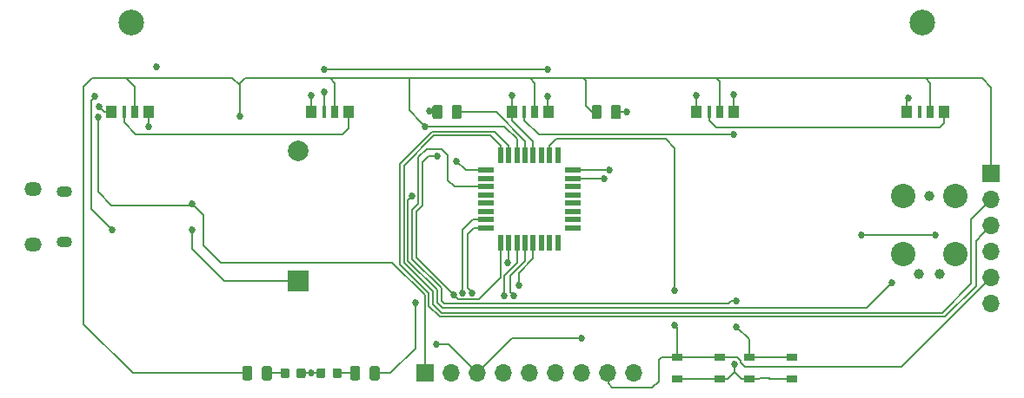
<source format=gtl>
G04 #@! TF.GenerationSoftware,KiCad,Pcbnew,5.1.5-52549c5~84~ubuntu19.10.1*
G04 #@! TF.CreationDate,2020-01-03T09:39:47-08:00*
G04 #@! TF.ProjectId,bsidessd,62736964-6573-4736-942e-6b696361645f,2*
G04 #@! TF.SameCoordinates,Original*
G04 #@! TF.FileFunction,Copper,L1,Top*
G04 #@! TF.FilePolarity,Positive*
%FSLAX46Y46*%
G04 Gerber Fmt 4.6, Leading zero omitted, Abs format (unit mm)*
G04 Created by KiCad (PCBNEW 5.1.5-52549c5~84~ubuntu19.10.1) date 2020-01-03 09:39:47*
%MOMM*%
%LPD*%
G04 APERTURE LIST*
%ADD10C,2.500000*%
%ADD11R,1.000000X1.200000*%
%ADD12R,0.450000X1.200000*%
%ADD13R,0.700000X1.200000*%
%ADD14R,0.550000X1.600000*%
%ADD15R,1.600000X0.550000*%
%ADD16C,0.990600*%
%ADD17C,2.375000*%
%ADD18R,1.050000X0.650000*%
%ADD19C,0.100000*%
%ADD20O,1.700000X1.350000*%
%ADD21O,1.500000X1.100000*%
%ADD22O,1.700000X1.700000*%
%ADD23R,1.700000X1.700000*%
%ADD24C,2.000000*%
%ADD25R,2.000000X2.000000*%
%ADD26C,0.685800*%
%ADD27C,0.200000*%
G04 APERTURE END LIST*
D10*
X138250000Y-113750000D03*
X61250000Y-113750000D03*
D11*
X136800000Y-122500000D03*
D12*
X138025000Y-122500000D03*
D13*
X139050000Y-122500000D03*
D11*
X140400000Y-122500000D03*
X116300000Y-122500000D03*
D12*
X117525000Y-122500000D03*
D13*
X118550000Y-122500000D03*
D11*
X119900000Y-122500000D03*
X98300000Y-122500000D03*
D12*
X99525000Y-122500000D03*
D13*
X100550000Y-122500000D03*
D11*
X101900000Y-122500000D03*
X78800000Y-122500000D03*
D12*
X80025000Y-122500000D03*
D13*
X81050000Y-122500000D03*
D11*
X82400000Y-122500000D03*
X59300000Y-122500000D03*
D12*
X60525000Y-122500000D03*
D13*
X61550000Y-122500000D03*
D11*
X62900000Y-122500000D03*
D14*
X97200000Y-126750000D03*
X98000000Y-126750000D03*
X98800000Y-126750000D03*
X99600000Y-126750000D03*
X100400000Y-126750000D03*
X101200000Y-126750000D03*
X102000000Y-126750000D03*
X102800000Y-126750000D03*
D15*
X104250000Y-128200000D03*
X104250000Y-129000000D03*
X104250000Y-129800000D03*
X104250000Y-130600000D03*
X104250000Y-131400000D03*
X104250000Y-132200000D03*
X104250000Y-133000000D03*
X104250000Y-133800000D03*
D14*
X102800000Y-135250000D03*
X102000000Y-135250000D03*
X101200000Y-135250000D03*
X100400000Y-135250000D03*
X99600000Y-135250000D03*
X98800000Y-135250000D03*
X98000000Y-135250000D03*
X97200000Y-135250000D03*
D15*
X95750000Y-133800000D03*
X95750000Y-133000000D03*
X95750000Y-132200000D03*
X95750000Y-131400000D03*
X95750000Y-130600000D03*
X95750000Y-129800000D03*
X95750000Y-129000000D03*
X95750000Y-128200000D03*
D16*
X140016000Y-138310000D03*
X137984000Y-138310000D03*
X139000000Y-130690000D03*
D17*
X136460000Y-136405000D03*
X141540000Y-136405000D03*
X141540000Y-130690000D03*
X136460000Y-130690000D03*
D18*
X125575000Y-148575000D03*
X121425000Y-148575000D03*
X125575000Y-146425000D03*
X121425000Y-146425000D03*
X114425000Y-146425000D03*
X118575000Y-146425000D03*
X114425000Y-148575000D03*
X118575000Y-148575000D03*
G04 #@! TA.AperFunction,SMDPad,CuDef*
D19*
G36*
X74705142Y-147301174D02*
G01*
X74728803Y-147304684D01*
X74752007Y-147310496D01*
X74774529Y-147318554D01*
X74796153Y-147328782D01*
X74816670Y-147341079D01*
X74835883Y-147355329D01*
X74853607Y-147371393D01*
X74869671Y-147389117D01*
X74883921Y-147408330D01*
X74896218Y-147428847D01*
X74906446Y-147450471D01*
X74914504Y-147472993D01*
X74920316Y-147496197D01*
X74923826Y-147519858D01*
X74925000Y-147543750D01*
X74925000Y-148456250D01*
X74923826Y-148480142D01*
X74920316Y-148503803D01*
X74914504Y-148527007D01*
X74906446Y-148549529D01*
X74896218Y-148571153D01*
X74883921Y-148591670D01*
X74869671Y-148610883D01*
X74853607Y-148628607D01*
X74835883Y-148644671D01*
X74816670Y-148658921D01*
X74796153Y-148671218D01*
X74774529Y-148681446D01*
X74752007Y-148689504D01*
X74728803Y-148695316D01*
X74705142Y-148698826D01*
X74681250Y-148700000D01*
X74193750Y-148700000D01*
X74169858Y-148698826D01*
X74146197Y-148695316D01*
X74122993Y-148689504D01*
X74100471Y-148681446D01*
X74078847Y-148671218D01*
X74058330Y-148658921D01*
X74039117Y-148644671D01*
X74021393Y-148628607D01*
X74005329Y-148610883D01*
X73991079Y-148591670D01*
X73978782Y-148571153D01*
X73968554Y-148549529D01*
X73960496Y-148527007D01*
X73954684Y-148503803D01*
X73951174Y-148480142D01*
X73950000Y-148456250D01*
X73950000Y-147543750D01*
X73951174Y-147519858D01*
X73954684Y-147496197D01*
X73960496Y-147472993D01*
X73968554Y-147450471D01*
X73978782Y-147428847D01*
X73991079Y-147408330D01*
X74005329Y-147389117D01*
X74021393Y-147371393D01*
X74039117Y-147355329D01*
X74058330Y-147341079D01*
X74078847Y-147328782D01*
X74100471Y-147318554D01*
X74122993Y-147310496D01*
X74146197Y-147304684D01*
X74169858Y-147301174D01*
X74193750Y-147300000D01*
X74681250Y-147300000D01*
X74705142Y-147301174D01*
G37*
G04 #@! TD.AperFunction*
G04 #@! TA.AperFunction,SMDPad,CuDef*
G36*
X72830142Y-147301174D02*
G01*
X72853803Y-147304684D01*
X72877007Y-147310496D01*
X72899529Y-147318554D01*
X72921153Y-147328782D01*
X72941670Y-147341079D01*
X72960883Y-147355329D01*
X72978607Y-147371393D01*
X72994671Y-147389117D01*
X73008921Y-147408330D01*
X73021218Y-147428847D01*
X73031446Y-147450471D01*
X73039504Y-147472993D01*
X73045316Y-147496197D01*
X73048826Y-147519858D01*
X73050000Y-147543750D01*
X73050000Y-148456250D01*
X73048826Y-148480142D01*
X73045316Y-148503803D01*
X73039504Y-148527007D01*
X73031446Y-148549529D01*
X73021218Y-148571153D01*
X73008921Y-148591670D01*
X72994671Y-148610883D01*
X72978607Y-148628607D01*
X72960883Y-148644671D01*
X72941670Y-148658921D01*
X72921153Y-148671218D01*
X72899529Y-148681446D01*
X72877007Y-148689504D01*
X72853803Y-148695316D01*
X72830142Y-148698826D01*
X72806250Y-148700000D01*
X72318750Y-148700000D01*
X72294858Y-148698826D01*
X72271197Y-148695316D01*
X72247993Y-148689504D01*
X72225471Y-148681446D01*
X72203847Y-148671218D01*
X72183330Y-148658921D01*
X72164117Y-148644671D01*
X72146393Y-148628607D01*
X72130329Y-148610883D01*
X72116079Y-148591670D01*
X72103782Y-148571153D01*
X72093554Y-148549529D01*
X72085496Y-148527007D01*
X72079684Y-148503803D01*
X72076174Y-148480142D01*
X72075000Y-148456250D01*
X72075000Y-147543750D01*
X72076174Y-147519858D01*
X72079684Y-147496197D01*
X72085496Y-147472993D01*
X72093554Y-147450471D01*
X72103782Y-147428847D01*
X72116079Y-147408330D01*
X72130329Y-147389117D01*
X72146393Y-147371393D01*
X72164117Y-147355329D01*
X72183330Y-147341079D01*
X72203847Y-147328782D01*
X72225471Y-147318554D01*
X72247993Y-147310496D01*
X72271197Y-147304684D01*
X72294858Y-147301174D01*
X72318750Y-147300000D01*
X72806250Y-147300000D01*
X72830142Y-147301174D01*
G37*
G04 #@! TD.AperFunction*
G04 #@! TA.AperFunction,SMDPad,CuDef*
G36*
X85205142Y-147301174D02*
G01*
X85228803Y-147304684D01*
X85252007Y-147310496D01*
X85274529Y-147318554D01*
X85296153Y-147328782D01*
X85316670Y-147341079D01*
X85335883Y-147355329D01*
X85353607Y-147371393D01*
X85369671Y-147389117D01*
X85383921Y-147408330D01*
X85396218Y-147428847D01*
X85406446Y-147450471D01*
X85414504Y-147472993D01*
X85420316Y-147496197D01*
X85423826Y-147519858D01*
X85425000Y-147543750D01*
X85425000Y-148456250D01*
X85423826Y-148480142D01*
X85420316Y-148503803D01*
X85414504Y-148527007D01*
X85406446Y-148549529D01*
X85396218Y-148571153D01*
X85383921Y-148591670D01*
X85369671Y-148610883D01*
X85353607Y-148628607D01*
X85335883Y-148644671D01*
X85316670Y-148658921D01*
X85296153Y-148671218D01*
X85274529Y-148681446D01*
X85252007Y-148689504D01*
X85228803Y-148695316D01*
X85205142Y-148698826D01*
X85181250Y-148700000D01*
X84693750Y-148700000D01*
X84669858Y-148698826D01*
X84646197Y-148695316D01*
X84622993Y-148689504D01*
X84600471Y-148681446D01*
X84578847Y-148671218D01*
X84558330Y-148658921D01*
X84539117Y-148644671D01*
X84521393Y-148628607D01*
X84505329Y-148610883D01*
X84491079Y-148591670D01*
X84478782Y-148571153D01*
X84468554Y-148549529D01*
X84460496Y-148527007D01*
X84454684Y-148503803D01*
X84451174Y-148480142D01*
X84450000Y-148456250D01*
X84450000Y-147543750D01*
X84451174Y-147519858D01*
X84454684Y-147496197D01*
X84460496Y-147472993D01*
X84468554Y-147450471D01*
X84478782Y-147428847D01*
X84491079Y-147408330D01*
X84505329Y-147389117D01*
X84521393Y-147371393D01*
X84539117Y-147355329D01*
X84558330Y-147341079D01*
X84578847Y-147328782D01*
X84600471Y-147318554D01*
X84622993Y-147310496D01*
X84646197Y-147304684D01*
X84669858Y-147301174D01*
X84693750Y-147300000D01*
X85181250Y-147300000D01*
X85205142Y-147301174D01*
G37*
G04 #@! TD.AperFunction*
G04 #@! TA.AperFunction,SMDPad,CuDef*
G36*
X83330142Y-147301174D02*
G01*
X83353803Y-147304684D01*
X83377007Y-147310496D01*
X83399529Y-147318554D01*
X83421153Y-147328782D01*
X83441670Y-147341079D01*
X83460883Y-147355329D01*
X83478607Y-147371393D01*
X83494671Y-147389117D01*
X83508921Y-147408330D01*
X83521218Y-147428847D01*
X83531446Y-147450471D01*
X83539504Y-147472993D01*
X83545316Y-147496197D01*
X83548826Y-147519858D01*
X83550000Y-147543750D01*
X83550000Y-148456250D01*
X83548826Y-148480142D01*
X83545316Y-148503803D01*
X83539504Y-148527007D01*
X83531446Y-148549529D01*
X83521218Y-148571153D01*
X83508921Y-148591670D01*
X83494671Y-148610883D01*
X83478607Y-148628607D01*
X83460883Y-148644671D01*
X83441670Y-148658921D01*
X83421153Y-148671218D01*
X83399529Y-148681446D01*
X83377007Y-148689504D01*
X83353803Y-148695316D01*
X83330142Y-148698826D01*
X83306250Y-148700000D01*
X82818750Y-148700000D01*
X82794858Y-148698826D01*
X82771197Y-148695316D01*
X82747993Y-148689504D01*
X82725471Y-148681446D01*
X82703847Y-148671218D01*
X82683330Y-148658921D01*
X82664117Y-148644671D01*
X82646393Y-148628607D01*
X82630329Y-148610883D01*
X82616079Y-148591670D01*
X82603782Y-148571153D01*
X82593554Y-148549529D01*
X82585496Y-148527007D01*
X82579684Y-148503803D01*
X82576174Y-148480142D01*
X82575000Y-148456250D01*
X82575000Y-147543750D01*
X82576174Y-147519858D01*
X82579684Y-147496197D01*
X82585496Y-147472993D01*
X82593554Y-147450471D01*
X82603782Y-147428847D01*
X82616079Y-147408330D01*
X82630329Y-147389117D01*
X82646393Y-147371393D01*
X82664117Y-147355329D01*
X82683330Y-147341079D01*
X82703847Y-147328782D01*
X82725471Y-147318554D01*
X82747993Y-147310496D01*
X82771197Y-147304684D01*
X82794858Y-147301174D01*
X82818750Y-147300000D01*
X83306250Y-147300000D01*
X83330142Y-147301174D01*
G37*
G04 #@! TD.AperFunction*
D20*
X51685000Y-129995000D03*
X51685000Y-135455000D03*
D21*
X54685000Y-130305000D03*
X54685000Y-135145000D03*
D22*
X145000000Y-141200000D03*
X145000000Y-138660000D03*
X145000000Y-136120000D03*
X145000000Y-133580000D03*
X145000000Y-131040000D03*
D23*
X145000000Y-128500000D03*
D22*
X110160000Y-148000000D03*
X107620000Y-148000000D03*
X105080000Y-148000000D03*
X102540000Y-148000000D03*
X100000000Y-148000000D03*
X97460000Y-148000000D03*
X94920000Y-148000000D03*
X92380000Y-148000000D03*
D23*
X89840000Y-148000000D03*
G04 #@! TA.AperFunction,SMDPad,CuDef*
D19*
G36*
X76452691Y-147526053D02*
G01*
X76473926Y-147529203D01*
X76494750Y-147534419D01*
X76514962Y-147541651D01*
X76534368Y-147550830D01*
X76552781Y-147561866D01*
X76570024Y-147574654D01*
X76585930Y-147589070D01*
X76600346Y-147604976D01*
X76613134Y-147622219D01*
X76624170Y-147640632D01*
X76633349Y-147660038D01*
X76640581Y-147680250D01*
X76645797Y-147701074D01*
X76648947Y-147722309D01*
X76650000Y-147743750D01*
X76650000Y-148256250D01*
X76648947Y-148277691D01*
X76645797Y-148298926D01*
X76640581Y-148319750D01*
X76633349Y-148339962D01*
X76624170Y-148359368D01*
X76613134Y-148377781D01*
X76600346Y-148395024D01*
X76585930Y-148410930D01*
X76570024Y-148425346D01*
X76552781Y-148438134D01*
X76534368Y-148449170D01*
X76514962Y-148458349D01*
X76494750Y-148465581D01*
X76473926Y-148470797D01*
X76452691Y-148473947D01*
X76431250Y-148475000D01*
X75993750Y-148475000D01*
X75972309Y-148473947D01*
X75951074Y-148470797D01*
X75930250Y-148465581D01*
X75910038Y-148458349D01*
X75890632Y-148449170D01*
X75872219Y-148438134D01*
X75854976Y-148425346D01*
X75839070Y-148410930D01*
X75824654Y-148395024D01*
X75811866Y-148377781D01*
X75800830Y-148359368D01*
X75791651Y-148339962D01*
X75784419Y-148319750D01*
X75779203Y-148298926D01*
X75776053Y-148277691D01*
X75775000Y-148256250D01*
X75775000Y-147743750D01*
X75776053Y-147722309D01*
X75779203Y-147701074D01*
X75784419Y-147680250D01*
X75791651Y-147660038D01*
X75800830Y-147640632D01*
X75811866Y-147622219D01*
X75824654Y-147604976D01*
X75839070Y-147589070D01*
X75854976Y-147574654D01*
X75872219Y-147561866D01*
X75890632Y-147550830D01*
X75910038Y-147541651D01*
X75930250Y-147534419D01*
X75951074Y-147529203D01*
X75972309Y-147526053D01*
X75993750Y-147525000D01*
X76431250Y-147525000D01*
X76452691Y-147526053D01*
G37*
G04 #@! TD.AperFunction*
G04 #@! TA.AperFunction,SMDPad,CuDef*
G36*
X78027691Y-147526053D02*
G01*
X78048926Y-147529203D01*
X78069750Y-147534419D01*
X78089962Y-147541651D01*
X78109368Y-147550830D01*
X78127781Y-147561866D01*
X78145024Y-147574654D01*
X78160930Y-147589070D01*
X78175346Y-147604976D01*
X78188134Y-147622219D01*
X78199170Y-147640632D01*
X78208349Y-147660038D01*
X78215581Y-147680250D01*
X78220797Y-147701074D01*
X78223947Y-147722309D01*
X78225000Y-147743750D01*
X78225000Y-148256250D01*
X78223947Y-148277691D01*
X78220797Y-148298926D01*
X78215581Y-148319750D01*
X78208349Y-148339962D01*
X78199170Y-148359368D01*
X78188134Y-148377781D01*
X78175346Y-148395024D01*
X78160930Y-148410930D01*
X78145024Y-148425346D01*
X78127781Y-148438134D01*
X78109368Y-148449170D01*
X78089962Y-148458349D01*
X78069750Y-148465581D01*
X78048926Y-148470797D01*
X78027691Y-148473947D01*
X78006250Y-148475000D01*
X77568750Y-148475000D01*
X77547309Y-148473947D01*
X77526074Y-148470797D01*
X77505250Y-148465581D01*
X77485038Y-148458349D01*
X77465632Y-148449170D01*
X77447219Y-148438134D01*
X77429976Y-148425346D01*
X77414070Y-148410930D01*
X77399654Y-148395024D01*
X77386866Y-148377781D01*
X77375830Y-148359368D01*
X77366651Y-148339962D01*
X77359419Y-148319750D01*
X77354203Y-148298926D01*
X77351053Y-148277691D01*
X77350000Y-148256250D01*
X77350000Y-147743750D01*
X77351053Y-147722309D01*
X77354203Y-147701074D01*
X77359419Y-147680250D01*
X77366651Y-147660038D01*
X77375830Y-147640632D01*
X77386866Y-147622219D01*
X77399654Y-147604976D01*
X77414070Y-147589070D01*
X77429976Y-147574654D01*
X77447219Y-147561866D01*
X77465632Y-147550830D01*
X77485038Y-147541651D01*
X77505250Y-147534419D01*
X77526074Y-147529203D01*
X77547309Y-147526053D01*
X77568750Y-147525000D01*
X78006250Y-147525000D01*
X78027691Y-147526053D01*
G37*
G04 #@! TD.AperFunction*
G04 #@! TA.AperFunction,SMDPad,CuDef*
G36*
X81527691Y-147526053D02*
G01*
X81548926Y-147529203D01*
X81569750Y-147534419D01*
X81589962Y-147541651D01*
X81609368Y-147550830D01*
X81627781Y-147561866D01*
X81645024Y-147574654D01*
X81660930Y-147589070D01*
X81675346Y-147604976D01*
X81688134Y-147622219D01*
X81699170Y-147640632D01*
X81708349Y-147660038D01*
X81715581Y-147680250D01*
X81720797Y-147701074D01*
X81723947Y-147722309D01*
X81725000Y-147743750D01*
X81725000Y-148256250D01*
X81723947Y-148277691D01*
X81720797Y-148298926D01*
X81715581Y-148319750D01*
X81708349Y-148339962D01*
X81699170Y-148359368D01*
X81688134Y-148377781D01*
X81675346Y-148395024D01*
X81660930Y-148410930D01*
X81645024Y-148425346D01*
X81627781Y-148438134D01*
X81609368Y-148449170D01*
X81589962Y-148458349D01*
X81569750Y-148465581D01*
X81548926Y-148470797D01*
X81527691Y-148473947D01*
X81506250Y-148475000D01*
X81068750Y-148475000D01*
X81047309Y-148473947D01*
X81026074Y-148470797D01*
X81005250Y-148465581D01*
X80985038Y-148458349D01*
X80965632Y-148449170D01*
X80947219Y-148438134D01*
X80929976Y-148425346D01*
X80914070Y-148410930D01*
X80899654Y-148395024D01*
X80886866Y-148377781D01*
X80875830Y-148359368D01*
X80866651Y-148339962D01*
X80859419Y-148319750D01*
X80854203Y-148298926D01*
X80851053Y-148277691D01*
X80850000Y-148256250D01*
X80850000Y-147743750D01*
X80851053Y-147722309D01*
X80854203Y-147701074D01*
X80859419Y-147680250D01*
X80866651Y-147660038D01*
X80875830Y-147640632D01*
X80886866Y-147622219D01*
X80899654Y-147604976D01*
X80914070Y-147589070D01*
X80929976Y-147574654D01*
X80947219Y-147561866D01*
X80965632Y-147550830D01*
X80985038Y-147541651D01*
X81005250Y-147534419D01*
X81026074Y-147529203D01*
X81047309Y-147526053D01*
X81068750Y-147525000D01*
X81506250Y-147525000D01*
X81527691Y-147526053D01*
G37*
G04 #@! TD.AperFunction*
G04 #@! TA.AperFunction,SMDPad,CuDef*
G36*
X79952691Y-147526053D02*
G01*
X79973926Y-147529203D01*
X79994750Y-147534419D01*
X80014962Y-147541651D01*
X80034368Y-147550830D01*
X80052781Y-147561866D01*
X80070024Y-147574654D01*
X80085930Y-147589070D01*
X80100346Y-147604976D01*
X80113134Y-147622219D01*
X80124170Y-147640632D01*
X80133349Y-147660038D01*
X80140581Y-147680250D01*
X80145797Y-147701074D01*
X80148947Y-147722309D01*
X80150000Y-147743750D01*
X80150000Y-148256250D01*
X80148947Y-148277691D01*
X80145797Y-148298926D01*
X80140581Y-148319750D01*
X80133349Y-148339962D01*
X80124170Y-148359368D01*
X80113134Y-148377781D01*
X80100346Y-148395024D01*
X80085930Y-148410930D01*
X80070024Y-148425346D01*
X80052781Y-148438134D01*
X80034368Y-148449170D01*
X80014962Y-148458349D01*
X79994750Y-148465581D01*
X79973926Y-148470797D01*
X79952691Y-148473947D01*
X79931250Y-148475000D01*
X79493750Y-148475000D01*
X79472309Y-148473947D01*
X79451074Y-148470797D01*
X79430250Y-148465581D01*
X79410038Y-148458349D01*
X79390632Y-148449170D01*
X79372219Y-148438134D01*
X79354976Y-148425346D01*
X79339070Y-148410930D01*
X79324654Y-148395024D01*
X79311866Y-148377781D01*
X79300830Y-148359368D01*
X79291651Y-148339962D01*
X79284419Y-148319750D01*
X79279203Y-148298926D01*
X79276053Y-148277691D01*
X79275000Y-148256250D01*
X79275000Y-147743750D01*
X79276053Y-147722309D01*
X79279203Y-147701074D01*
X79284419Y-147680250D01*
X79291651Y-147660038D01*
X79300830Y-147640632D01*
X79311866Y-147622219D01*
X79324654Y-147604976D01*
X79339070Y-147589070D01*
X79354976Y-147574654D01*
X79372219Y-147561866D01*
X79390632Y-147550830D01*
X79410038Y-147541651D01*
X79430250Y-147534419D01*
X79451074Y-147529203D01*
X79472309Y-147526053D01*
X79493750Y-147525000D01*
X79931250Y-147525000D01*
X79952691Y-147526053D01*
G37*
G04 #@! TD.AperFunction*
G04 #@! TA.AperFunction,SMDPad,CuDef*
G36*
X91330142Y-121801174D02*
G01*
X91353803Y-121804684D01*
X91377007Y-121810496D01*
X91399529Y-121818554D01*
X91421153Y-121828782D01*
X91441670Y-121841079D01*
X91460883Y-121855329D01*
X91478607Y-121871393D01*
X91494671Y-121889117D01*
X91508921Y-121908330D01*
X91521218Y-121928847D01*
X91531446Y-121950471D01*
X91539504Y-121972993D01*
X91545316Y-121996197D01*
X91548826Y-122019858D01*
X91550000Y-122043750D01*
X91550000Y-122956250D01*
X91548826Y-122980142D01*
X91545316Y-123003803D01*
X91539504Y-123027007D01*
X91531446Y-123049529D01*
X91521218Y-123071153D01*
X91508921Y-123091670D01*
X91494671Y-123110883D01*
X91478607Y-123128607D01*
X91460883Y-123144671D01*
X91441670Y-123158921D01*
X91421153Y-123171218D01*
X91399529Y-123181446D01*
X91377007Y-123189504D01*
X91353803Y-123195316D01*
X91330142Y-123198826D01*
X91306250Y-123200000D01*
X90818750Y-123200000D01*
X90794858Y-123198826D01*
X90771197Y-123195316D01*
X90747993Y-123189504D01*
X90725471Y-123181446D01*
X90703847Y-123171218D01*
X90683330Y-123158921D01*
X90664117Y-123144671D01*
X90646393Y-123128607D01*
X90630329Y-123110883D01*
X90616079Y-123091670D01*
X90603782Y-123071153D01*
X90593554Y-123049529D01*
X90585496Y-123027007D01*
X90579684Y-123003803D01*
X90576174Y-122980142D01*
X90575000Y-122956250D01*
X90575000Y-122043750D01*
X90576174Y-122019858D01*
X90579684Y-121996197D01*
X90585496Y-121972993D01*
X90593554Y-121950471D01*
X90603782Y-121928847D01*
X90616079Y-121908330D01*
X90630329Y-121889117D01*
X90646393Y-121871393D01*
X90664117Y-121855329D01*
X90683330Y-121841079D01*
X90703847Y-121828782D01*
X90725471Y-121818554D01*
X90747993Y-121810496D01*
X90771197Y-121804684D01*
X90794858Y-121801174D01*
X90818750Y-121800000D01*
X91306250Y-121800000D01*
X91330142Y-121801174D01*
G37*
G04 #@! TD.AperFunction*
G04 #@! TA.AperFunction,SMDPad,CuDef*
G36*
X93205142Y-121801174D02*
G01*
X93228803Y-121804684D01*
X93252007Y-121810496D01*
X93274529Y-121818554D01*
X93296153Y-121828782D01*
X93316670Y-121841079D01*
X93335883Y-121855329D01*
X93353607Y-121871393D01*
X93369671Y-121889117D01*
X93383921Y-121908330D01*
X93396218Y-121928847D01*
X93406446Y-121950471D01*
X93414504Y-121972993D01*
X93420316Y-121996197D01*
X93423826Y-122019858D01*
X93425000Y-122043750D01*
X93425000Y-122956250D01*
X93423826Y-122980142D01*
X93420316Y-123003803D01*
X93414504Y-123027007D01*
X93406446Y-123049529D01*
X93396218Y-123071153D01*
X93383921Y-123091670D01*
X93369671Y-123110883D01*
X93353607Y-123128607D01*
X93335883Y-123144671D01*
X93316670Y-123158921D01*
X93296153Y-123171218D01*
X93274529Y-123181446D01*
X93252007Y-123189504D01*
X93228803Y-123195316D01*
X93205142Y-123198826D01*
X93181250Y-123200000D01*
X92693750Y-123200000D01*
X92669858Y-123198826D01*
X92646197Y-123195316D01*
X92622993Y-123189504D01*
X92600471Y-123181446D01*
X92578847Y-123171218D01*
X92558330Y-123158921D01*
X92539117Y-123144671D01*
X92521393Y-123128607D01*
X92505329Y-123110883D01*
X92491079Y-123091670D01*
X92478782Y-123071153D01*
X92468554Y-123049529D01*
X92460496Y-123027007D01*
X92454684Y-123003803D01*
X92451174Y-122980142D01*
X92450000Y-122956250D01*
X92450000Y-122043750D01*
X92451174Y-122019858D01*
X92454684Y-121996197D01*
X92460496Y-121972993D01*
X92468554Y-121950471D01*
X92478782Y-121928847D01*
X92491079Y-121908330D01*
X92505329Y-121889117D01*
X92521393Y-121871393D01*
X92539117Y-121855329D01*
X92558330Y-121841079D01*
X92578847Y-121828782D01*
X92600471Y-121818554D01*
X92622993Y-121810496D01*
X92646197Y-121804684D01*
X92669858Y-121801174D01*
X92693750Y-121800000D01*
X93181250Y-121800000D01*
X93205142Y-121801174D01*
G37*
G04 #@! TD.AperFunction*
G04 #@! TA.AperFunction,SMDPad,CuDef*
G36*
X108705142Y-121801174D02*
G01*
X108728803Y-121804684D01*
X108752007Y-121810496D01*
X108774529Y-121818554D01*
X108796153Y-121828782D01*
X108816670Y-121841079D01*
X108835883Y-121855329D01*
X108853607Y-121871393D01*
X108869671Y-121889117D01*
X108883921Y-121908330D01*
X108896218Y-121928847D01*
X108906446Y-121950471D01*
X108914504Y-121972993D01*
X108920316Y-121996197D01*
X108923826Y-122019858D01*
X108925000Y-122043750D01*
X108925000Y-122956250D01*
X108923826Y-122980142D01*
X108920316Y-123003803D01*
X108914504Y-123027007D01*
X108906446Y-123049529D01*
X108896218Y-123071153D01*
X108883921Y-123091670D01*
X108869671Y-123110883D01*
X108853607Y-123128607D01*
X108835883Y-123144671D01*
X108816670Y-123158921D01*
X108796153Y-123171218D01*
X108774529Y-123181446D01*
X108752007Y-123189504D01*
X108728803Y-123195316D01*
X108705142Y-123198826D01*
X108681250Y-123200000D01*
X108193750Y-123200000D01*
X108169858Y-123198826D01*
X108146197Y-123195316D01*
X108122993Y-123189504D01*
X108100471Y-123181446D01*
X108078847Y-123171218D01*
X108058330Y-123158921D01*
X108039117Y-123144671D01*
X108021393Y-123128607D01*
X108005329Y-123110883D01*
X107991079Y-123091670D01*
X107978782Y-123071153D01*
X107968554Y-123049529D01*
X107960496Y-123027007D01*
X107954684Y-123003803D01*
X107951174Y-122980142D01*
X107950000Y-122956250D01*
X107950000Y-122043750D01*
X107951174Y-122019858D01*
X107954684Y-121996197D01*
X107960496Y-121972993D01*
X107968554Y-121950471D01*
X107978782Y-121928847D01*
X107991079Y-121908330D01*
X108005329Y-121889117D01*
X108021393Y-121871393D01*
X108039117Y-121855329D01*
X108058330Y-121841079D01*
X108078847Y-121828782D01*
X108100471Y-121818554D01*
X108122993Y-121810496D01*
X108146197Y-121804684D01*
X108169858Y-121801174D01*
X108193750Y-121800000D01*
X108681250Y-121800000D01*
X108705142Y-121801174D01*
G37*
G04 #@! TD.AperFunction*
G04 #@! TA.AperFunction,SMDPad,CuDef*
G36*
X106830142Y-121801174D02*
G01*
X106853803Y-121804684D01*
X106877007Y-121810496D01*
X106899529Y-121818554D01*
X106921153Y-121828782D01*
X106941670Y-121841079D01*
X106960883Y-121855329D01*
X106978607Y-121871393D01*
X106994671Y-121889117D01*
X107008921Y-121908330D01*
X107021218Y-121928847D01*
X107031446Y-121950471D01*
X107039504Y-121972993D01*
X107045316Y-121996197D01*
X107048826Y-122019858D01*
X107050000Y-122043750D01*
X107050000Y-122956250D01*
X107048826Y-122980142D01*
X107045316Y-123003803D01*
X107039504Y-123027007D01*
X107031446Y-123049529D01*
X107021218Y-123071153D01*
X107008921Y-123091670D01*
X106994671Y-123110883D01*
X106978607Y-123128607D01*
X106960883Y-123144671D01*
X106941670Y-123158921D01*
X106921153Y-123171218D01*
X106899529Y-123181446D01*
X106877007Y-123189504D01*
X106853803Y-123195316D01*
X106830142Y-123198826D01*
X106806250Y-123200000D01*
X106318750Y-123200000D01*
X106294858Y-123198826D01*
X106271197Y-123195316D01*
X106247993Y-123189504D01*
X106225471Y-123181446D01*
X106203847Y-123171218D01*
X106183330Y-123158921D01*
X106164117Y-123144671D01*
X106146393Y-123128607D01*
X106130329Y-123110883D01*
X106116079Y-123091670D01*
X106103782Y-123071153D01*
X106093554Y-123049529D01*
X106085496Y-123027007D01*
X106079684Y-123003803D01*
X106076174Y-122980142D01*
X106075000Y-122956250D01*
X106075000Y-122043750D01*
X106076174Y-122019858D01*
X106079684Y-121996197D01*
X106085496Y-121972993D01*
X106093554Y-121950471D01*
X106103782Y-121928847D01*
X106116079Y-121908330D01*
X106130329Y-121889117D01*
X106146393Y-121871393D01*
X106164117Y-121855329D01*
X106183330Y-121841079D01*
X106203847Y-121828782D01*
X106225471Y-121818554D01*
X106247993Y-121810496D01*
X106271197Y-121804684D01*
X106294858Y-121801174D01*
X106318750Y-121800000D01*
X106806250Y-121800000D01*
X106830142Y-121801174D01*
G37*
G04 #@! TD.AperFunction*
D24*
X77500000Y-126300000D03*
D25*
X77500000Y-139000000D03*
D26*
X71800000Y-122900000D03*
X91009882Y-126799331D03*
X92627835Y-140352921D03*
X89900000Y-123900000D03*
X63700000Y-118100000D03*
X78800000Y-148000000D03*
X58100000Y-122000000D03*
X136900000Y-121100000D03*
X116300000Y-120900000D03*
X98300000Y-120900000D03*
X78800000Y-120900000D03*
X139600000Y-134500000D03*
X132400000Y-134500000D03*
X109500000Y-122500000D03*
X97924492Y-137224492D03*
X119966151Y-147097569D03*
X91000000Y-145200000D03*
X90269647Y-122431536D03*
X105100000Y-144600000D03*
X58000000Y-123000000D03*
X67200000Y-131500000D03*
X59400000Y-134000000D03*
X57700000Y-121000000D03*
X135300000Y-139200000D03*
X88557079Y-130700000D03*
X93489707Y-140148378D03*
X94469688Y-140157068D03*
X114200000Y-139900000D03*
X114202199Y-143342930D03*
X97600000Y-140400000D03*
X120147445Y-140957090D03*
X120206142Y-143442930D03*
X98500000Y-140400000D03*
X98966920Y-139405950D03*
X88896118Y-141103882D03*
X67200000Y-134000000D03*
X107800000Y-128200000D03*
X107300000Y-129000000D03*
X92900000Y-127300000D03*
X62900000Y-123900000D03*
X80000000Y-120500000D03*
X80000000Y-118300000D03*
X101800000Y-118300000D03*
X101800000Y-121000000D03*
X119900000Y-124700000D03*
X119900000Y-120800000D03*
D27*
X60700000Y-119200000D02*
X61550000Y-120050000D01*
X56600000Y-120000000D02*
X57400000Y-119200000D01*
X61400000Y-148000000D02*
X56600000Y-143200000D01*
X72562500Y-148000000D02*
X61400000Y-148000000D01*
X61550000Y-120050000D02*
X61550000Y-122500000D01*
X57400000Y-119200000D02*
X60700000Y-119200000D01*
X56600000Y-143200000D02*
X56600000Y-120000000D01*
X71800000Y-122900000D02*
X71800000Y-119900000D01*
X71100000Y-119200000D02*
X60700000Y-119200000D01*
X71800000Y-119900000D02*
X71100000Y-119200000D01*
X71800000Y-119900000D02*
X71800000Y-119700000D01*
X71800000Y-119700000D02*
X72300000Y-119200000D01*
X72300000Y-119200000D02*
X80600000Y-119200000D01*
X81050000Y-119650000D02*
X81050000Y-122500000D01*
X80600000Y-119200000D02*
X81050000Y-119650000D01*
X118550000Y-119550000D02*
X118550000Y-122500000D01*
X118200000Y-119200000D02*
X118550000Y-119550000D01*
X106075000Y-122500000D02*
X105500000Y-121925000D01*
X106562500Y-122500000D02*
X106075000Y-122500000D01*
X105500000Y-121925000D02*
X105500000Y-119400000D01*
X105500000Y-119400000D02*
X105300000Y-119200000D01*
X105300000Y-119200000D02*
X118200000Y-119200000D01*
X100550000Y-119650000D02*
X100100000Y-119200000D01*
X100550000Y-122500000D02*
X100550000Y-119650000D01*
X100100000Y-119200000D02*
X105300000Y-119200000D01*
X118200000Y-119200000D02*
X138600000Y-119200000D01*
X139050000Y-119650000D02*
X139050000Y-122500000D01*
X138600000Y-119200000D02*
X139050000Y-119650000D01*
X80600000Y-119200000D02*
X88300000Y-119200000D01*
X88300000Y-119200000D02*
X100100000Y-119200000D01*
X138600000Y-119200000D02*
X144100000Y-119200000D01*
X145000000Y-120100000D02*
X145000000Y-128500000D01*
X144100000Y-119200000D02*
X145000000Y-120100000D01*
X95068622Y-140799978D02*
X93074892Y-140799978D01*
X93074892Y-140799978D02*
X92970734Y-140695820D01*
X92970734Y-140695820D02*
X92627835Y-140352921D01*
X97200000Y-135250000D02*
X97200000Y-138668600D01*
X97200000Y-138668600D02*
X95068622Y-140799978D01*
X92627835Y-140327835D02*
X92627835Y-140352921D01*
X90200669Y-126799331D02*
X89600000Y-127400000D01*
X89000000Y-136700000D02*
X92627835Y-140327835D01*
X91009882Y-126799331D02*
X90200669Y-126799331D01*
X89600000Y-131617196D02*
X89000000Y-132217196D01*
X89600000Y-127400000D02*
X89600000Y-131617196D01*
X89000000Y-132217196D02*
X89000000Y-136700000D01*
X88300000Y-119200000D02*
X88300000Y-122300000D01*
X98800000Y-126750000D02*
X98800000Y-125100000D01*
X90384933Y-123900000D02*
X89900000Y-123900000D01*
X98800000Y-125100000D02*
X97600000Y-123900000D01*
X97600000Y-123900000D02*
X90384933Y-123900000D01*
X89557101Y-123557101D02*
X89900000Y-123900000D01*
X88300000Y-122300000D02*
X89557101Y-123557101D01*
X79712500Y-148000000D02*
X78800000Y-148000000D01*
X77787500Y-148000000D02*
X78800000Y-148000000D01*
X59300000Y-122500000D02*
X58600000Y-122500000D01*
X58600000Y-122500000D02*
X58100000Y-122000000D01*
X136800000Y-122500000D02*
X136800000Y-121200000D01*
X136800000Y-121200000D02*
X136900000Y-121100000D01*
X116300000Y-122500000D02*
X116300000Y-120900000D01*
X98300000Y-122500000D02*
X98300000Y-120900000D01*
X78800000Y-122500000D02*
X78800000Y-120900000D01*
X100400000Y-125400000D02*
X98300000Y-123300000D01*
X98300000Y-123300000D02*
X98300000Y-122500000D01*
X100400000Y-126750000D02*
X100400000Y-125400000D01*
X139600000Y-134500000D02*
X132400000Y-134500000D01*
X108437500Y-122500000D02*
X109500000Y-122500000D01*
X98000000Y-135250000D02*
X98000000Y-137148984D01*
X98000000Y-137148984D02*
X97924492Y-137224492D01*
X123425000Y-148575000D02*
X123500000Y-148500000D01*
X125575000Y-148575000D02*
X123425000Y-148575000D01*
X123500000Y-148500000D02*
X121425000Y-148575000D01*
X118575000Y-148575000D02*
X114425000Y-148575000D01*
X118575000Y-148575000D02*
X119300000Y-148575000D01*
X119300000Y-148575000D02*
X120000000Y-147875000D01*
X120700000Y-148575000D02*
X120000000Y-147875000D01*
X121425000Y-148575000D02*
X120700000Y-148575000D01*
X119966151Y-147841151D02*
X119966151Y-147582502D01*
X119966151Y-147582502D02*
X119966151Y-147097569D01*
X120000000Y-147875000D02*
X119966151Y-147841151D01*
X94920000Y-148000000D02*
X92120000Y-145200000D01*
X92120000Y-145200000D02*
X91000000Y-145200000D01*
X90338111Y-122500000D02*
X90269647Y-122431536D01*
X91062500Y-122500000D02*
X90338111Y-122500000D01*
X98320000Y-144600000D02*
X105100000Y-144600000D01*
X94920000Y-148000000D02*
X98320000Y-144600000D01*
X99600000Y-126750000D02*
X99600000Y-125334300D01*
X99600000Y-125334300D02*
X96765700Y-122500000D01*
X93425000Y-122500000D02*
X92937500Y-122500000D01*
X96765700Y-122500000D02*
X93425000Y-122500000D01*
X67100000Y-131600000D02*
X67200000Y-131500000D01*
X59300000Y-131600000D02*
X67100000Y-131600000D01*
X58000000Y-130300000D02*
X59300000Y-131600000D01*
X58000000Y-123000000D02*
X58000000Y-130300000D01*
X89840000Y-140368500D02*
X89840000Y-146950000D01*
X67200000Y-131500000D02*
X68300000Y-132600000D01*
X68300000Y-132600000D02*
X68300000Y-135500000D01*
X68300000Y-135500000D02*
X70000000Y-137200000D01*
X86671500Y-137200000D02*
X89840000Y-140368500D01*
X70000000Y-137200000D02*
X86671500Y-137200000D01*
X89840000Y-146950000D02*
X89840000Y-148000000D01*
X83062500Y-148000000D02*
X81287500Y-148000000D01*
X57357099Y-131957099D02*
X57357099Y-121342901D01*
X57357101Y-121342899D02*
X57700000Y-121000000D01*
X59400000Y-134000000D02*
X57357099Y-131957099D01*
X57357099Y-121342901D02*
X57357101Y-121342899D01*
X88199978Y-137031378D02*
X88199978Y-131057101D01*
X88214180Y-131042899D02*
X88557079Y-130700000D01*
X91040033Y-141105733D02*
X91040033Y-139871433D01*
X91040033Y-139871433D02*
X88199978Y-137031378D01*
X135300000Y-139200000D02*
X132900000Y-141600000D01*
X88199978Y-131057101D02*
X88214180Y-131042899D01*
X91534300Y-141600000D02*
X91040033Y-141105733D01*
X132900000Y-141600000D02*
X91534300Y-141600000D01*
X76212500Y-148000000D02*
X74437500Y-148000000D01*
X93500000Y-140138085D02*
X93489707Y-140148378D01*
X93500000Y-134000000D02*
X93500000Y-140138085D01*
X95750000Y-133000000D02*
X94500000Y-133000000D01*
X94500000Y-133000000D02*
X93500000Y-134000000D01*
X94000000Y-134400000D02*
X94000000Y-139687380D01*
X95750000Y-133800000D02*
X94600000Y-133800000D01*
X94000000Y-139687380D02*
X94469688Y-140157068D01*
X94600000Y-133800000D02*
X94000000Y-134400000D01*
X102000000Y-125750000D02*
X102650000Y-125100000D01*
X102000000Y-126750000D02*
X102000000Y-125750000D01*
X102650000Y-125100000D02*
X113300000Y-125100000D01*
X113300000Y-125100000D02*
X114200000Y-126000000D01*
X114200000Y-126000000D02*
X114200000Y-139900000D01*
X114425000Y-146425000D02*
X119025000Y-146425000D01*
X114425000Y-146425000D02*
X112875000Y-146425000D01*
X112875000Y-146425000D02*
X112600000Y-146700000D01*
X112600000Y-146700000D02*
X112600000Y-148800000D01*
X112600000Y-148800000D02*
X112000000Y-149400000D01*
X112000000Y-149400000D02*
X108100000Y-149400000D01*
X108100000Y-149400000D02*
X107700000Y-149000000D01*
X107700000Y-148080000D02*
X107620000Y-148000000D01*
X107700000Y-149000000D02*
X107700000Y-148080000D01*
X120225000Y-146425000D02*
X120599999Y-146799999D01*
X120599999Y-146799999D02*
X120599999Y-146990001D01*
X120599999Y-146990001D02*
X121009998Y-147400000D01*
X118575000Y-146425000D02*
X120225000Y-146425000D01*
X136260000Y-147400000D02*
X145000000Y-138660000D01*
X121009998Y-147400000D02*
X136260000Y-147400000D01*
X114425000Y-146425000D02*
X114425000Y-143565731D01*
X114425000Y-143565731D02*
X114202199Y-143342930D01*
X97600000Y-138458198D02*
X97600000Y-139915067D01*
X98800000Y-135250000D02*
X98800000Y-137258198D01*
X97600000Y-139915067D02*
X97600000Y-140400000D01*
X98800000Y-137258198D02*
X97600000Y-138458198D01*
X125575000Y-146425000D02*
X121425000Y-146425000D01*
X121425000Y-144661788D02*
X120206142Y-143442930D01*
X121425000Y-146425000D02*
X121425000Y-144661788D01*
X119662512Y-140957090D02*
X120147445Y-140957090D01*
X119419613Y-141199989D02*
X119662512Y-140957090D01*
X91699989Y-141199989D02*
X119419613Y-141199989D01*
X92100000Y-129200000D02*
X92100000Y-126700000D01*
X92100000Y-126700000D02*
X91500000Y-126100000D01*
X89199989Y-126900011D02*
X89199989Y-131451507D01*
X90000000Y-126100000D02*
X89199989Y-126900011D01*
X95750000Y-129800000D02*
X92700000Y-129800000D01*
X88599989Y-132051507D02*
X88599989Y-136865689D01*
X91440044Y-140940044D02*
X91699989Y-141199989D01*
X91500000Y-126100000D02*
X90000000Y-126100000D01*
X88599989Y-136865689D02*
X91440044Y-139705744D01*
X92700000Y-129800000D02*
X92100000Y-129200000D01*
X89199989Y-131451507D02*
X88599989Y-132051507D01*
X91440044Y-139705744D02*
X91440044Y-140940044D01*
X98157101Y-138466797D02*
X98157101Y-140057101D01*
X98157101Y-140057101D02*
X98500000Y-140400000D01*
X99600000Y-135250000D02*
X99600000Y-137023898D01*
X99600000Y-137023898D02*
X98157101Y-138466797D01*
X98966920Y-138222678D02*
X98966920Y-139405950D01*
X100400000Y-136789598D02*
X98966920Y-138222678D01*
X100400000Y-135250000D02*
X100400000Y-136789598D01*
X88900000Y-141107764D02*
X88896118Y-141103882D01*
X84937500Y-148000000D02*
X86500000Y-148000000D01*
X88900000Y-145600000D02*
X88900000Y-141107764D01*
X86500000Y-148000000D02*
X88900000Y-145600000D01*
X77500000Y-139000000D02*
X70300000Y-139000000D01*
X67200000Y-135900000D02*
X67200000Y-134000000D01*
X70300000Y-139000000D02*
X67200000Y-135900000D01*
X87399956Y-137362756D02*
X90240011Y-140202811D01*
X87399956Y-127568644D02*
X87399956Y-137362756D01*
X140500000Y-142500000D02*
X143500000Y-139500000D01*
X91302900Y-142500000D02*
X140500000Y-142500000D01*
X143500000Y-135080000D02*
X144150001Y-134429999D01*
X90240011Y-140202811D02*
X90240011Y-141437111D01*
X96649980Y-124399980D02*
X90568620Y-124399980D01*
X98000000Y-125750000D02*
X96649980Y-124399980D01*
X90240011Y-141437111D02*
X91302900Y-142500000D01*
X144150001Y-134429999D02*
X145000000Y-133580000D01*
X98000000Y-126750000D02*
X98000000Y-125750000D01*
X143500000Y-139500000D02*
X143500000Y-135080000D01*
X90568620Y-124399980D02*
X87399956Y-127568644D01*
X90640022Y-141271422D02*
X91468589Y-142099989D01*
X87799967Y-137197067D02*
X90640022Y-140037122D01*
X87799967Y-127734333D02*
X87799967Y-137197067D01*
X97200000Y-125750000D02*
X96249991Y-124799991D01*
X140200011Y-142099989D02*
X143027501Y-139272499D01*
X90734309Y-124799991D02*
X87799967Y-127734333D01*
X91468589Y-142099989D02*
X140200011Y-142099989D01*
X143027501Y-133012499D02*
X144150001Y-131889999D01*
X90640022Y-140037122D02*
X90640022Y-141271422D01*
X96249991Y-124799991D02*
X90734309Y-124799991D01*
X144150001Y-131889999D02*
X145000000Y-131040000D01*
X143027501Y-139272499D02*
X143027501Y-133012499D01*
X97200000Y-126750000D02*
X97200000Y-125750000D01*
X107800000Y-128200000D02*
X104250000Y-128200000D01*
X104250000Y-129000000D02*
X107300000Y-129000000D01*
X95750000Y-128200000D02*
X93800000Y-128200000D01*
X93800000Y-128200000D02*
X92900000Y-127300000D01*
X62900000Y-123900000D02*
X62900000Y-122500000D01*
X60525000Y-123525000D02*
X60525000Y-122500000D01*
X61700000Y-124700000D02*
X60525000Y-123525000D01*
X81800000Y-124700000D02*
X61700000Y-124700000D01*
X82400000Y-122500000D02*
X82400000Y-124100000D01*
X82400000Y-124100000D02*
X81800000Y-124700000D01*
X80025000Y-122500000D02*
X80025000Y-120525000D01*
X80025000Y-120525000D02*
X80000000Y-120500000D01*
X80000000Y-118300000D02*
X101800000Y-118300000D01*
X101800000Y-122400000D02*
X101900000Y-122500000D01*
X101800000Y-121000000D02*
X101800000Y-122400000D01*
X99525000Y-123300000D02*
X100925000Y-124700000D01*
X99525000Y-122500000D02*
X99525000Y-123300000D01*
X100925000Y-124700000D02*
X119900000Y-124700000D01*
X119900000Y-120800000D02*
X119900000Y-122500000D01*
X117525000Y-123300000D02*
X118225000Y-124000000D01*
X117525000Y-122500000D02*
X117525000Y-123300000D01*
X118225000Y-124000000D02*
X140000000Y-124000000D01*
X140400000Y-123600000D02*
X140400000Y-122500000D01*
X140000000Y-124000000D02*
X140400000Y-123600000D01*
M02*

</source>
